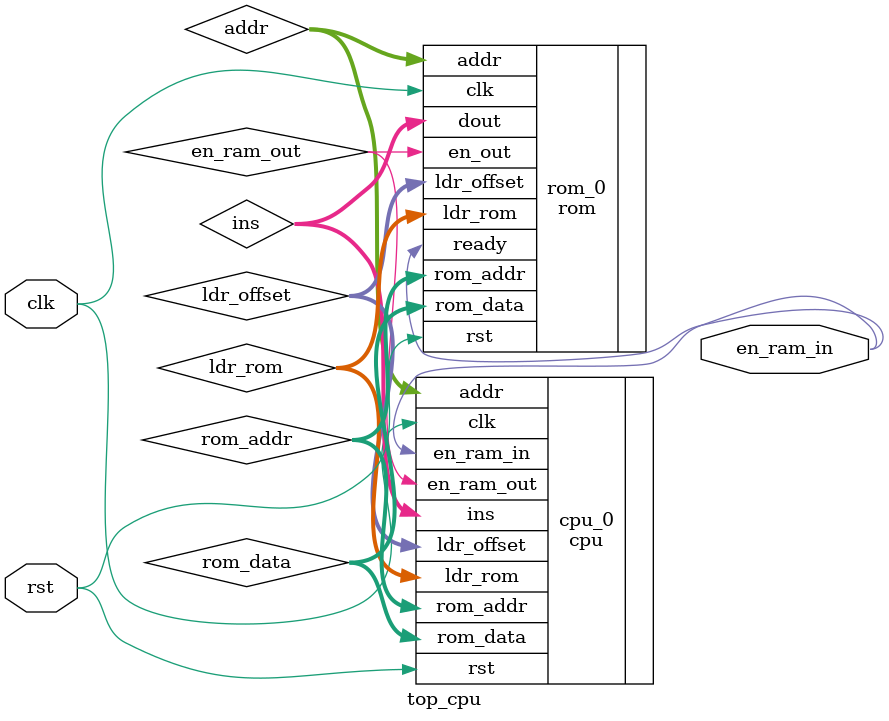
<source format=v>
`timescale 1ns / 1ps
module top_cpu(clk,rst,en_ram_in);

input  clk, rst;
output en_ram_in;
wire   en_ram_out;
wire   [1:0]ldr_rom;
wire   [15:0] addr,rom_addr,rom_data;
wire   [15:0] ins;
wire   [15:0]ldr_offset;
  

cpu cpu_0(
    .clk(clk),
    .rst(rst),
    .addr(addr),
    
    .ins(ins),
    .en_ram_in(en_ram_in),
    .en_ram_out(en_ram_out),
    .rom_addr(rom_addr),
    .rom_data(rom_data),
    .ldr_rom(ldr_rom),
    .ldr_offset(ldr_offset)
);


rom rom_0 (
  .clk(clk),           
  .rst(rst),
  .ready(en_ram_in), 
  .addr(addr),      
  .dout(ins),
  .en_out(en_ram_out), 
  .ldr_rom(ldr_rom),
  .rom_addr(rom_addr),
  .rom_data(rom_data),
  .ldr_offset(ldr_offset)
);

endmodule

</source>
